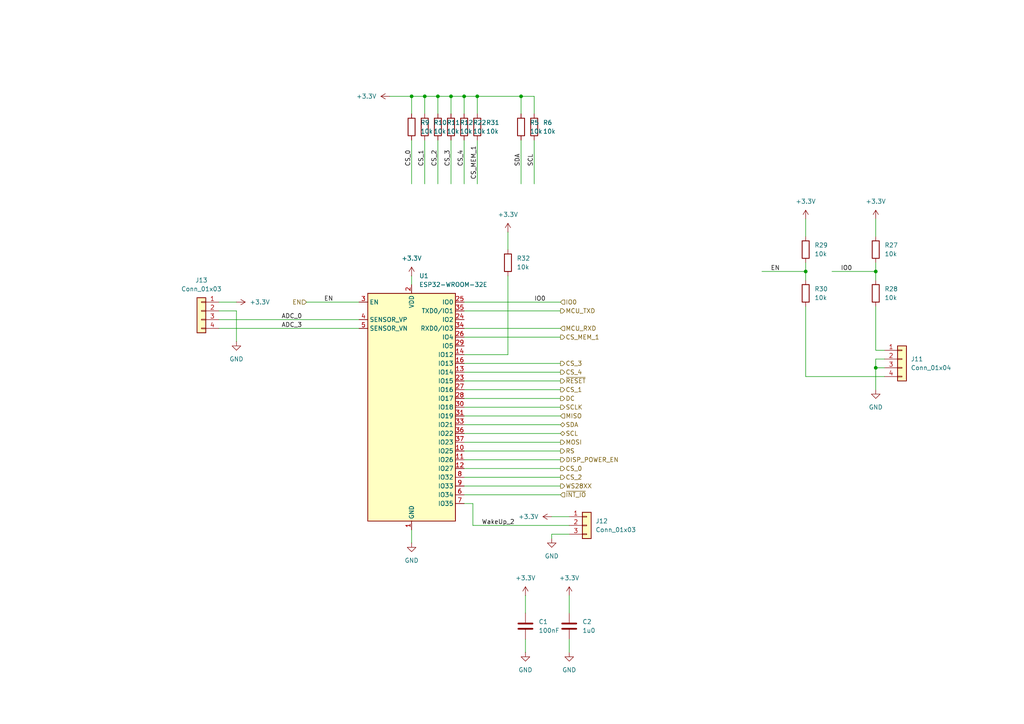
<source format=kicad_sch>
(kicad_sch (version 20231120) (generator "eeschema") (generator_version "8.0")
  (paper "A4")
  (lib_symbols
    (symbol "Connector_Generic:Conn_01x03" (pin_names (offset 1.016) hide)
      (property "Reference" "J" (at 0 5.08 0))
      (property "Value" "Conn_01x03" (at 0 -5.08 0))
      (symbol "Conn_01x03_1_1"
        (rectangle (start -1.27 -2.413) (end 0 -2.667) (stroke (width 0.1524)))
        (rectangle (start -1.27 0.127) (end 0 -0.127) (stroke (width 0.1524)))
        (rectangle (start -1.27 2.667) (end 0 2.413) (stroke (width 0.1524)))
        (rectangle (start -1.27 3.81) (end 1.27 -3.81) (stroke (width 0.254)) (fill (type background)))
        (pin passive line (at -5.08 2.54 0) (length 3.81) (name "Pin_1") (number "1"))
        (pin passive line (at -5.08 0 0) (length 3.81) (name "Pin_2") (number "2"))
        (pin passive line (at -5.08 -2.54 0) (length 3.81) (name "Pin_3") (number "3"))
      )
    )
    (symbol "Connector_Generic:Conn_01x04" (pin_names (offset 1.016) hide)
      (property "Reference" "J" (at 0 5.08 0))
      (property "Value" "Conn_01x04" (at 0 -7.62 0))
      (symbol "Conn_01x04_1_1"
        (rectangle (start -1.27 -4.953) (end 0 -5.207) (stroke (width 0.1524)))
        (rectangle (start -1.27 -2.413) (end 0 -2.667) (stroke (width 0.1524)))
        (rectangle (start -1.27 0.127) (end 0 -0.127) (stroke (width 0.1524)))
        (rectangle (start -1.27 2.667) (end 0 2.413) (stroke (width 0.1524)))
        (rectangle (start -1.27 3.81) (end 1.27 -6.35) (stroke (width 0.254)) (fill (type background)))
        (pin passive line (at -5.08 2.54 0) (length 3.81) (name "Pin_1") (number "1"))
        (pin passive line (at -5.08 0 0) (length 3.81) (name "Pin_2") (number "2"))
        (pin passive line (at -5.08 -2.54 0) (length 3.81) (name "Pin_3") (number "3"))
        (pin passive line (at -5.08 -5.08 0) (length 3.81) (name "Pin_4") (number "4"))
      )
    )
    (symbol "Device:C" (pin_numbers hide) (pin_names (offset 0.254))
      (property "Reference" "C" (at 0.635 2.54 0))
      (property "Value" "C" (at 0.635 -2.54 0))
      (symbol "C_0_1"
        (polyline (pts (xy -2.032 -0.762) (xy 2.032 -0.762)) (stroke (width 0.508)))
        (polyline (pts (xy -2.032 0.762) (xy 2.032 0.762)) (stroke (width 0.508)))
      )
      (symbol "C_1_1"
        (pin passive line (at 0 3.81 270) (length 2.794) (name "~") (number "1"))
        (pin passive line (at 0 -3.81 90) (length 2.794) (name "~") (number "2"))
      )
    )
    (symbol "Device:R" (pin_numbers hide) (pin_names (offset 0))
      (property "Reference" "R" (at 2.032 0 90))
      (property "Value" "R" (at 0 0 90))
      (symbol "R_0_1"
        (rectangle (start -1.016 -2.54) (end 1.016 2.54) (stroke (width 0.254)))
      )
      (symbol "R_1_1"
        (pin passive line (at 0 3.81 270) (length 1.27) (name "~") (number "1"))
        (pin passive line (at 0 -3.81 90) (length 1.27) (name "~") (number "2"))
      )
    )
    (symbol "RF_Module:ESP32-WROOM-32E"
      (property "Reference" "U" (at -12.7 34.29 0))
      (property "Value" "ESP32-WROOM-32E" (at 1.27 34.29 0))
      (symbol "ESP32-WROOM-32E_0_1"
        (rectangle (start -12.7 33.02) (end 12.7 -33.02) (stroke (width 0.254)) (fill (type background)))
      )
      (symbol "ESP32-WROOM-32E_1_1"
        (pin power_in line (at 0 -35.56 90) (length 2.54) (name "GND") (number "1"))
        (pin bidirectional line (at 15.24 -12.7 180) (length 2.54) (name "IO25") (number "10"))
        (pin bidirectional line (at 15.24 -15.24 180) (length 2.54) (name "IO26") (number "11"))
        (pin bidirectional line (at 15.24 -17.78 180) (length 2.54) (name "IO27") (number "12"))
        (pin bidirectional line (at 15.24 10.16 180) (length 2.54) (name "IO14") (number "13"))
        (pin bidirectional line (at 15.24 15.24 180) (length 2.54) (name "IO12") (number "14"))
        (pin passive line (at 0 -35.56 90) (length 2.54) hide (name "GND") (number "15"))
        (pin bidirectional line (at 15.24 12.7 180) (length 2.54) (name "IO13") (number "16"))
        (pin no_connect line (at -12.7 -5.08 0) (length 2.54) hide (name "NC") (number "17"))
        (pin no_connect line (at -12.7 -7.62 0) (length 2.54) hide (name "NC") (number "18"))
        (pin no_connect line (at -12.7 -12.7 0) (length 2.54) hide (name "NC") (number "19"))
        (pin power_in line (at 0 35.56 270) (length 2.54) (name "VDD") (number "2"))
        (pin no_connect line (at -12.7 -10.16 0) (length 2.54) hide (name "NC") (number "20"))
        (pin no_connect line (at -12.7 0 0) (length 2.54) hide (name "NC") (number "21"))
        (pin no_connect line (at -12.7 -2.54 0) (length 2.54) hide (name "NC") (number "22"))
        (pin bidirectional line (at 15.24 7.62 180) (length 2.54) (name "IO15") (number "23"))
        (pin bidirectional line (at 15.24 25.4 180) (length 2.54) (name "IO2") (number "24"))
        (pin bidirectional line (at 15.24 30.48 180) (length 2.54) (name "IO0") (number "25"))
        (pin bidirectional line (at 15.24 20.32 180) (length 2.54) (name "IO4") (number "26"))
        (pin bidirectional line (at 15.24 5.08 180) (length 2.54) (name "IO16") (number "27"))
        (pin bidirectional line (at 15.24 2.54 180) (length 2.54) (name "IO17") (number "28"))
        (pin bidirectional line (at 15.24 17.78 180) (length 2.54) (name "IO5") (number "29"))
        (pin input line (at -15.24 30.48 0) (length 2.54) (name "EN") (number "3"))
        (pin bidirectional line (at 15.24 0 180) (length 2.54) (name "IO18") (number "30"))
        (pin bidirectional line (at 15.24 -2.54 180) (length 2.54) (name "IO19") (number "31"))
        (pin no_connect line (at -12.7 -27.94 0) (length 2.54) hide (name "NC") (number "32"))
        (pin bidirectional line (at 15.24 -5.08 180) (length 2.54) (name "IO21") (number "33"))
        (pin bidirectional line (at 15.24 22.86 180) (length 2.54) (name "RXD0/IO3") (number "34"))
        (pin bidirectional line (at 15.24 27.94 180) (length 2.54) (name "TXD0/IO1") (number "35"))
        (pin bidirectional line (at 15.24 -7.62 180) (length 2.54) (name "IO22") (number "36"))
        (pin bidirectional line (at 15.24 -10.16 180) (length 2.54) (name "IO23") (number "37"))
        (pin passive line (at 0 -35.56 90) (length 2.54) hide (name "GND") (number "38"))
        (pin passive line (at 0 -35.56 90) (length 2.54) hide (name "GND") (number "39"))
        (pin input line (at -15.24 25.4 0) (length 2.54) (name "SENSOR_VP") (number "4"))
        (pin input line (at -15.24 22.86 0) (length 2.54) (name "SENSOR_VN") (number "5"))
        (pin input line (at 15.24 -25.4 180) (length 2.54) (name "IO34") (number "6"))
        (pin input line (at 15.24 -27.94 180) (length 2.54) (name "IO35") (number "7"))
        (pin bidirectional line (at 15.24 -20.32 180) (length 2.54) (name "IO32") (number "8"))
        (pin bidirectional line (at 15.24 -22.86 180) (length 2.54) (name "IO33") (number "9"))
      )
    )
    (symbol "power:+3.3V" (power) (pin_numbers hide) (pin_names (offset 0) hide)
      (property "Value" "+3.3V" (at 0 3.556 0))
      (symbol "+3.3V_0_1"
        (polyline (pts (xy -0.762 1.27) (xy 0 2.54)))
        (polyline (pts (xy 0 0) (xy 0 2.54)))
        (polyline (pts (xy 0 2.54) (xy 0.762 1.27)))
      )
      (symbol "+3.3V_1_1"
        (pin power_in line (at 0 0 90) (length 0) (name "~") (number "1"))
      )
    )
    (symbol "power:GND" (power) (pin_numbers hide) (pin_names (offset 0) hide)
      (property "Value" "GND" (at 0 -3.81 0))
      (symbol "GND_0_1"
        (polyline (pts (xy 0 0) (xy 0 -1.27) (xy 1.27 -1.27) (xy 0 -2.54) (xy -1.27 -1.27) (xy 0 -1.27)))
      )
      (symbol "GND_1_1"
        (pin power_in line (at 0 0 270) (length 0) (name "~") (number "1"))
      )
    )
  )
  (junction (at 233.68 78.74))
  (junction (at 127 27.94))
  (junction (at 119.38 27.94))
  (junction (at 134.62 27.94))
  (junction (at 138.43 27.94))
  (junction (at 254 78.74))
  (junction (at 130.81 27.94))
  (junction (at 254 106.68))
  (junction (at 123.19 27.94))
  (junction (at 151.13 27.94))
  (wire (pts (xy 254 76.2) (xy 254 78.74)))
  (wire (pts (xy 123.19 40.64) (xy 123.19 53.34)))
  (wire (pts (xy 119.38 27.94) (xy 119.38 33.02)))
  (wire (pts (xy 63.5 95.25) (xy 104.14 95.25)))
  (wire (pts (xy 152.4 185.42) (xy 152.4 189.23)))
  (wire (pts (xy 160.02 156.21) (xy 160.02 154.94)))
  (wire (pts (xy 138.43 27.94) (xy 151.13 27.94)))
  (wire (pts (xy 134.62 123.19) (xy 162.56 123.19)))
  (wire (pts (xy 119.38 80.01) (xy 119.38 82.55)))
  (wire (pts (xy 233.68 88.9) (xy 233.68 109.22)))
  (wire (pts (xy 154.94 40.64) (xy 154.94 53.34)))
  (wire (pts (xy 147.32 80.01) (xy 147.32 102.87)))
  (wire (pts (xy 127 27.94) (xy 127 33.02)))
  (wire (pts (xy 138.43 40.64) (xy 138.43 53.34)))
  (wire (pts (xy 134.62 128.27) (xy 162.56 128.27)))
  (wire (pts (xy 134.62 140.97) (xy 162.56 140.97)))
  (wire (pts (xy 134.62 97.79) (xy 162.56 97.79)))
  (wire (pts (xy 127 27.94) (xy 130.81 27.94)))
  (wire (pts (xy 147.32 67.31) (xy 147.32 72.39)))
  (wire (pts (xy 160.02 149.86) (xy 165.1 149.86)))
  (wire (pts (xy 134.62 118.11) (xy 162.56 118.11)))
  (wire (pts (xy 138.43 27.94) (xy 138.43 33.02)))
  (wire (pts (xy 113.03 27.94) (xy 119.38 27.94)))
  (wire (pts (xy 130.81 40.64) (xy 130.81 53.34)))
  (wire (pts (xy 254 88.9) (xy 254 101.6)))
  (wire (pts (xy 119.38 27.94) (xy 123.19 27.94)))
  (wire (pts (xy 134.62 90.17) (xy 162.56 90.17)))
  (wire (pts (xy 123.19 27.94) (xy 123.19 33.02)))
  (wire (pts (xy 160.02 154.94) (xy 165.1 154.94)))
  (wire (pts (xy 134.62 95.25) (xy 162.56 95.25)))
  (wire (pts (xy 254 63.5) (xy 254 68.58)))
  (wire (pts (xy 134.62 135.89) (xy 162.56 135.89)))
  (wire (pts (xy 63.5 92.71) (xy 104.14 92.71)))
  (wire (pts (xy 130.81 27.94) (xy 130.81 33.02)))
  (wire (pts (xy 151.13 40.64) (xy 151.13 53.34)))
  (wire (pts (xy 68.58 90.17) (xy 68.58 99.06)))
  (wire (pts (xy 220.98 78.74) (xy 233.68 78.74)))
  (wire (pts (xy 254 106.68) (xy 256.54 106.68)))
  (wire (pts (xy 134.62 110.49) (xy 162.56 110.49)))
  (wire (pts (xy 165.1 185.42) (xy 165.1 189.23)))
  (wire (pts (xy 134.62 143.51) (xy 162.56 143.51)))
  (wire (pts (xy 134.62 107.95) (xy 162.56 107.95)))
  (wire (pts (xy 152.4 172.72) (xy 152.4 177.8)))
  (wire (pts (xy 68.58 87.63) (xy 63.5 87.63)))
  (wire (pts (xy 134.62 105.41) (xy 162.56 105.41)))
  (wire (pts (xy 88.9 87.63) (xy 104.14 87.63)))
  (wire (pts (xy 151.13 27.94) (xy 154.94 27.94)))
  (wire (pts (xy 233.68 63.5) (xy 233.68 68.58)))
  (wire (pts (xy 254 104.14) (xy 254 106.68)))
  (wire (pts (xy 134.62 115.57) (xy 162.56 115.57)))
  (wire (pts (xy 123.19 27.94) (xy 127 27.94)))
  (wire (pts (xy 119.38 157.48) (xy 119.38 153.67)))
  (wire (pts (xy 165.1 172.72) (xy 165.1 177.8)))
  (wire (pts (xy 134.62 130.81) (xy 162.56 130.81)))
  (wire (pts (xy 241.3 78.74) (xy 254 78.74)))
  (wire (pts (xy 134.62 40.64) (xy 134.62 53.34)))
  (wire (pts (xy 256.54 101.6) (xy 254 101.6)))
  (wire (pts (xy 134.62 27.94) (xy 134.62 33.02)))
  (wire (pts (xy 134.62 87.63) (xy 162.56 87.63)))
  (wire (pts (xy 233.68 78.74) (xy 233.68 81.28)))
  (wire (pts (xy 134.62 113.03) (xy 162.56 113.03)))
  (wire (pts (xy 134.62 120.65) (xy 162.56 120.65)))
  (wire (pts (xy 254 106.68) (xy 254 113.03)))
  (wire (pts (xy 134.62 27.94) (xy 138.43 27.94)))
  (wire (pts (xy 127 40.64) (xy 127 53.34)))
  (wire (pts (xy 256.54 109.22) (xy 233.68 109.22)))
  (wire (pts (xy 137.16 146.05) (xy 134.62 146.05)))
  (wire (pts (xy 134.62 102.87) (xy 147.32 102.87)))
  (wire (pts (xy 130.81 27.94) (xy 134.62 27.94)))
  (wire (pts (xy 137.16 152.4) (xy 165.1 152.4)))
  (wire (pts (xy 151.13 27.94) (xy 151.13 33.02)))
  (wire (pts (xy 134.62 125.73) (xy 162.56 125.73)))
  (wire (pts (xy 256.54 104.14) (xy 254 104.14)))
  (wire (pts (xy 134.62 138.43) (xy 162.56 138.43)))
  (wire (pts (xy 233.68 76.2) (xy 233.68 78.74)))
  (wire (pts (xy 119.38 40.64) (xy 119.38 53.34)))
  (wire (pts (xy 134.62 133.35) (xy 162.56 133.35)))
  (wire (pts (xy 137.16 152.4) (xy 137.16 146.05)))
  (wire (pts (xy 254 78.74) (xy 254 81.28)))
  (wire (pts (xy 68.58 90.17) (xy 63.5 90.17)))
  (wire (pts (xy 154.94 33.02) (xy 154.94 27.94)))
  (label "CS_4" (at 134.62 48.26 90))
  (label "EN" (at 93.98 87.63 0))
  (label "ADC_3" (at 87.63 95.25 180))
  (label "IO0" (at 243.84 78.74 0))
  (label "CS_1" (at 123.19 48.26 90))
  (label "ADC_0" (at 87.63 92.71 180))
  (label "SDA" (at 151.13 48.26 90))
  (label "EN" (at 223.52 78.74 0))
  (label "CS_2" (at 127 48.26 90))
  (label "WakeUp_2" (at 139.7 152.4 0))
  (label "CS_MEM_1" (at 138.43 52.07 90))
  (label "CS_0" (at 119.38 48.26 90))
  (label "IO0" (at 154.94 87.63 0))
  (label "SCL" (at 154.94 48.26 90))
  (label "CS_3" (at 130.81 48.26 90))
  (hierarchical_label "SCLK" (shape output) (at 162.56 118.11 0))
  (hierarchical_label "MISO" (shape input) (at 162.56 120.65 0))
  (hierarchical_label "CS_MEM_1" (shape output) (at 162.56 97.79 0))
  (hierarchical_label "CS_3" (shape output) (at 162.56 105.41 0))
  (hierarchical_label "CS_4" (shape output) (at 162.56 107.95 0))
  (hierarchical_label "EN" (shape input) (at 88.9 87.63 180))
  (hierarchical_label "RS" (shape output) (at 162.56 130.81 0))
  (hierarchical_label "WS28XX" (shape output) (at 162.56 140.97 0))
  (hierarchical_label "MCU_RXD" (shape input) (at 162.56 95.25 0))
  (hierarchical_label "CS_0" (shape output) (at 162.56 135.89 0))
  (hierarchical_label "IO0" (shape input) (at 162.56 87.63 0))
  (hierarchical_label "~{RESET}" (shape output) (at 162.56 110.49 0))
  (hierarchical_label "SCL" (shape bidirectional) (at 162.56 125.73 0))
  (hierarchical_label "MOSI" (shape output) (at 162.56 128.27 0))
  (hierarchical_label "~{INT_IO}" (shape input) (at 162.56 143.51 0))
  (hierarchical_label "DISP_POWER_EN" (shape output) (at 162.56 133.35 0))
  (hierarchical_label "DC" (shape output) (at 162.56 115.57 0))
  (hierarchical_label "MCU_TXD" (shape output) (at 162.56 90.17 0))
  (hierarchical_label "SDA" (shape bidirectional) (at 162.56 123.19 0))
  (hierarchical_label "CS_1" (shape output) (at 162.56 113.03 0))
  (hierarchical_label "CS_2" (shape output) (at 162.56 138.43 0))
  (symbol (lib_id "power:+3.3V") (at 113.03 27.94 90) (unit 1)
    (property "Reference" "#PWR044" (effects (hide yes)))
    (property "Value" "+3.3V" (at 109.22 27.9399 90) (effects (justify left)))
    (property "Description" "Power symbol creates a global label with name \"+3.3V\"" (effects (hide yes)))
  )
  (symbol (lib_id "Device:C") (at 152.4 181.61 0) (unit 1)
    (property "Reference" "C1" (at 156.21 180.3399 0) (effects (justify left)))
    (property "Value" "100nF" (at 156.21 182.8799 0) (effects (justify left)))
    (property "Footprint" "Capacitor_SMD:C_0603_1608Metric" (effects (hide yes)))
    (property "Description" "Unpolarized capacitor" (effects (hide yes)))
  )
  (symbol (lib_id "power:+3.3V") (at 68.58 87.63 270) (mirror x) (unit 1)
    (property "Reference" "#PWR091" (effects (hide yes)))
    (property "Value" "+3.3V" (at 72.39 87.6299 90) (effects (justify left)))
    (property "Description" "Power symbol creates a global label with name \"+3.3V\"" (effects (hide yes)))
  )
  (symbol (lib_id "Connector_Generic:Conn_01x04") (at 58.42 90.17 0) (mirror y) (unit 1)
    (property "Reference" "J13" (at 58.42 81.28 0))
    (property "Value" "Conn_01x03" (at 58.42 83.82 0))
    (property "Footprint" "Connector_PinHeader_2.54mm:PinHeader_1x04_P2.54mm_Vertical" (effects (hide yes)))
    (property "Description" "Generic connector, single row, 01x04, script generated (kicad-library-utils/schlib/autogen/connector/)" (effects (hide yes)))
  )
  (symbol (lib_id "Device:R") (at 134.62 36.83 0) (unit 1)
    (property "Reference" "R22" (at 137.16 35.5599 0) (effects (justify left)))
    (property "Value" "10k" (at 137.16 38.0999 0) (effects (justify left)))
    (property "Footprint" "Resistor_SMD:R_0603_1608Metric" (effects (hide yes)))
    (property "Description" "Resistor" (effects (hide yes)))
  )
  (symbol (lib_id "Device:C") (at 165.1 181.61 0) (unit 1)
    (property "Reference" "C2" (at 168.91 180.3399 0) (effects (justify left)))
    (property "Value" "1u0" (at 168.91 182.8799 0) (effects (justify left)))
    (property "Footprint" "Capacitor_SMD:C_0603_1608Metric" (effects (hide yes)))
    (property "Description" "Unpolarized capacitor" (effects (hide yes)))
  )
  (symbol (lib_id "Device:R") (at 123.19 36.83 0) (unit 1)
    (property "Reference" "R10" (at 125.73 35.5599 0) (effects (justify left)))
    (property "Value" "10k" (at 125.73 38.0999 0) (effects (justify left)))
    (property "Footprint" "Resistor_SMD:R_0603_1608Metric" (effects (hide yes)))
    (property "Description" "Resistor" (effects (hide yes)))
  )
  (symbol (lib_id "Connector_Generic:Conn_01x03") (at 170.18 152.4 0) (unit 1)
    (property "Reference" "J12" (at 172.72 151.1299 0) (effects (justify left)))
    (property "Value" "Conn_01x03" (at 172.72 153.6699 0) (effects (justify left)))
    (property "Footprint" "Connector_PinHeader_2.54mm:PinHeader_1x03_P2.54mm_Vertical" (effects (hide yes)))
    (property "Description" "Generic connector, single row, 01x03, script generated (kicad-library-utils/schlib/autogen/connector/)" (effects (hide yes)))
  )
  (symbol (lib_id "power:+3.3V") (at 119.38 80.01 0) (unit 1)
    (property "Reference" "#PWR019" (effects (hide yes)))
    (property "Value" "+3.3V" (at 119.38 74.93 0))
    (property "Description" "Power symbol creates a global label with name \"+3.3V\"" (effects (hide yes)))
  )
  (symbol (lib_id "power:GND") (at 254 113.03 0) (unit 1)
    (property "Reference" "#PWR085" (effects (hide yes)))
    (property "Value" "GND" (at 254 118.11 0))
    (property "Description" "Power symbol creates a global label with name \"GND\" , ground" (effects (hide yes)))
  )
  (symbol (lib_id "power:GND") (at 160.02 156.21 0) (unit 1)
    (property "Reference" "#PWR088" (effects (hide yes)))
    (property "Value" "GND" (at 160.02 161.29 0))
    (property "Description" "Power symbol creates a global label with name \"GND\" , ground" (effects (hide yes)))
  )
  (symbol (lib_id "power:GND") (at 165.1 189.23 0) (unit 1)
    (property "Reference" "#PWR022" (effects (hide yes)))
    (property "Value" "GND" (at 165.1 194.31 0))
    (property "Description" "Power symbol creates a global label with name \"GND\" , ground" (effects (hide yes)))
  )
  (symbol (lib_id "Device:R") (at 127 36.83 0) (unit 1)
    (property "Reference" "R11" (at 129.54 35.5599 0) (effects (justify left)))
    (property "Value" "10k" (at 129.54 38.0999 0) (effects (justify left)))
    (property "Footprint" "Resistor_SMD:R_0603_1608Metric" (effects (hide yes)))
    (property "Description" "Resistor" (effects (hide yes)))
  )
  (symbol (lib_id "power:+3.3V") (at 160.02 149.86 90) (unit 1)
    (property "Reference" "#PWR087" (effects (hide yes)))
    (property "Value" "+3.3V" (at 156.21 149.8599 90) (effects (justify left)))
    (property "Description" "Power symbol creates a global label with name \"+3.3V\"" (effects (hide yes)))
  )
  (symbol (lib_id "power:+3.3V") (at 233.68 63.5 0) (unit 1)
    (property "Reference" "#PWR054" (effects (hide yes)))
    (property "Value" "+3.3V" (at 233.68 58.42 0))
    (property "Description" "Power symbol creates a global label with name \"+3.3V\"" (effects (hide yes)))
  )
  (symbol (lib_id "Device:R") (at 254 72.39 0) (unit 1)
    (property "Reference" "R27" (at 256.54 71.1199 0) (effects (justify left)))
    (property "Value" "10k" (at 256.54 73.6599 0) (effects (justify left)))
    (property "Footprint" "Resistor_SMD:R_0603_1608Metric" (effects (hide yes)))
    (property "Description" "Resistor" (effects (hide yes)))
  )
  (symbol (lib_id "Device:R") (at 119.38 36.83 0) (unit 1)
    (property "Reference" "R9" (at 121.92 35.5599 0) (effects (justify left)))
    (property "Value" "10k" (at 121.92 38.0999 0) (effects (justify left)))
    (property "Footprint" "Resistor_SMD:R_0603_1608Metric" (effects (hide yes)))
    (property "Description" "Resistor" (effects (hide yes)))
  )
  (symbol (lib_id "power:+3.3V") (at 152.4 172.72 0) (unit 1)
    (property "Reference" "#PWR020" (effects (hide yes)))
    (property "Value" "+3.3V" (at 152.4 167.64 0))
    (property "Description" "Power symbol creates a global label with name \"+3.3V\"" (effects (hide yes)))
  )
  (symbol (lib_id "power:GND") (at 68.58 99.06 0) (mirror y) (unit 1)
    (property "Reference" "#PWR093" (effects (hide yes)))
    (property "Value" "GND" (at 68.58 104.14 0))
    (property "Description" "Power symbol creates a global label with name \"GND\" , ground" (effects (hide yes)))
  )
  (symbol (lib_id "Device:R") (at 233.68 85.09 0) (unit 1)
    (property "Reference" "R30" (at 236.22 83.8199 0) (effects (justify left)))
    (property "Value" "10k" (at 236.22 86.3599 0) (effects (justify left)))
    (property "Footprint" "Resistor_SMD:R_0603_1608Metric" (effects (hide yes)))
    (property "Description" "Resistor" (effects (hide yes)))
  )
  (symbol (lib_id "Device:R") (at 154.94 36.83 0) (unit 1)
    (property "Reference" "R6" (at 157.48 35.5599 0) (effects (justify left)))
    (property "Value" "10k" (at 157.48 38.0999 0) (effects (justify left)))
    (property "Footprint" "Resistor_SMD:R_0603_1608Metric" (effects (hide yes)))
    (property "Description" "Resistor" (effects (hide yes)))
  )
  (symbol (lib_id "power:+3.3V") (at 254 63.5 0) (unit 1)
    (property "Reference" "#PWR052" (effects (hide yes)))
    (property "Value" "+3.3V" (at 254 58.42 0))
    (property "Description" "Power symbol creates a global label with name \"+3.3V\"" (effects (hide yes)))
  )
  (symbol (lib_id "Device:R") (at 254 85.09 0) (unit 1)
    (property "Reference" "R28" (at 256.54 83.8199 0) (effects (justify left)))
    (property "Value" "10k" (at 256.54 86.3599 0) (effects (justify left)))
    (property "Footprint" "Resistor_SMD:R_0603_1608Metric" (effects (hide yes)))
    (property "Description" "Resistor" (effects (hide yes)))
  )
  (symbol (lib_id "power:GND") (at 152.4 189.23 0) (unit 1)
    (property "Reference" "#PWR018" (effects (hide yes)))
    (property "Value" "GND" (at 152.4 194.31 0))
    (property "Description" "Power symbol creates a global label with name \"GND\" , ground" (effects (hide yes)))
  )
  (symbol (lib_id "power:+3.3V") (at 165.1 172.72 0) (unit 1)
    (property "Reference" "#PWR021" (effects (hide yes)))
    (property "Value" "+3.3V" (at 165.1 167.64 0))
    (property "Description" "Power symbol creates a global label with name \"+3.3V\"" (effects (hide yes)))
  )
  (symbol (lib_id "Device:R") (at 138.43 36.83 0) (unit 1)
    (property "Reference" "R31" (at 140.97 35.5599 0) (effects (justify left)))
    (property "Value" "10k" (at 140.97 38.0999 0) (effects (justify left)))
    (property "Footprint" "Resistor_SMD:R_0603_1608Metric" (effects (hide yes)))
    (property "Description" "Resistor" (effects (hide yes)))
  )
  (symbol (lib_id "Device:R") (at 147.32 76.2 0) (unit 1)
    (property "Reference" "R32" (at 149.86 74.9299 0) (effects (justify left)))
    (property "Value" "10k" (at 149.86 77.4699 0) (effects (justify left)))
    (property "Footprint" "Resistor_SMD:R_0603_1608Metric" (effects (hide yes)))
    (property "Description" "Resistor" (effects (hide yes)))
  )
  (symbol (lib_id "Device:R") (at 151.13 36.83 0) (unit 1)
    (property "Reference" "R5" (at 153.67 35.5599 0) (effects (justify left)))
    (property "Value" "10k" (at 153.67 38.0999 0) (effects (justify left)))
    (property "Footprint" "Resistor_SMD:R_0603_1608Metric" (effects (hide yes)))
    (property "Description" "Resistor" (effects (hide yes)))
  )
  (symbol (lib_id "RF_Module:ESP32-WROOM-32E") (at 119.38 118.11 0) (unit 1)
    (property "Reference" "U1" (at 121.5741 80.01 0) (effects (justify left)))
    (property "Value" "ESP32-WROOM-32E" (at 121.5741 82.55 0) (effects (justify left)))
    (property "Footprint" "RF_Module:ESP32-WROOM-32D" (effects (hide yes)))
    (property "Datasheet" "https://www.espressif.com/sites/default/files/documentation/esp32-wroom-32e_esp32-wroom-32ue_datasheet_en.pdf" (effects (hide yes)))
    (property "Description" "RF Module, ESP32-D0WD-V3 SoC, without PSRAM, Wi-Fi 802.11b/g/n, Bluetooth, BLE, 32-bit, 2.7-3.6V, onboard antenna, SMD" (effects (hide yes)))
  )
  (symbol (lib_id "power:+3.3V") (at 147.32 67.31 0) (unit 1)
    (property "Reference" "#PWR086" (effects (hide yes)))
    (property "Value" "+3.3V" (at 147.32 62.23 0))
    (property "Description" "Power symbol creates a global label with name \"+3.3V\"" (effects (hide yes)))
  )
  (symbol (lib_id "power:GND") (at 119.38 157.48 0) (unit 1)
    (property "Reference" "#PWR05" (effects (hide yes)))
    (property "Value" "GND" (at 119.38 162.56 0))
    (property "Description" "Power symbol creates a global label with name \"GND\" , ground" (effects (hide yes)))
  )
  (symbol (lib_id "Device:R") (at 130.81 36.83 0) (unit 1)
    (property "Reference" "R12" (at 133.35 35.5599 0) (effects (justify left)))
    (property "Value" "10k" (at 133.35 38.0999 0) (effects (justify left)))
    (property "Footprint" "Resistor_SMD:R_0603_1608Metric" (effects (hide yes)))
    (property "Description" "Resistor" (effects (hide yes)))
  )
  (symbol (lib_id "Connector_Generic:Conn_01x04") (at 261.62 104.14 0) (unit 1)
    (property "Reference" "J11" (at 264.16 104.1399 0) (effects (justify left)))
    (property "Value" "Conn_01x04" (at 264.16 106.6799 0) (effects (justify left)))
    (property "Footprint" "Connector_PinHeader_2.54mm:PinHeader_1x04_P2.54mm_Vertical_SMD_Pin1Left" (effects (hide yes)))
    (property "Description" "Generic connector, single row, 01x04, script generated (kicad-library-utils/schlib/autogen/connector/)" (effects (hide yes)))
  )
  (symbol (lib_id "Device:R") (at 233.68 72.39 0) (unit 1)
    (property "Reference" "R29" (at 236.22 71.1199 0) (effects (justify left)))
    (property "Value" "10k" (at 236.22 73.6599 0) (effects (justify left)))
    (property "Footprint" "Resistor_SMD:R_0603_1608Metric" (effects (hide yes)))
    (property "Description" "Resistor" (effects (hide yes)))
  )
)
</source>
